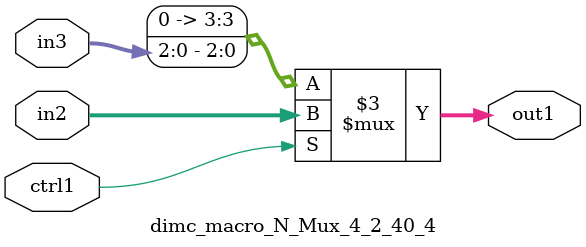
<source format=v>

`timescale 1ps / 1ps


module dimc_macro_N_Mux_4_2_40_4( in3, in2, ctrl1, out1 );

    input [2:0] in3;
    input [3:0] in2;
    input ctrl1;
    output [3:0] out1;
    reg [3:0] out1;

    
    // rtl_process:dimc_macro_N_Mux_4_2_40_4/dimc_macro_N_Mux_4_2_40_4_thread_1
    always @*
      begin : dimc_macro_N_Mux_4_2_40_4_thread_1
        case (ctrl1) 
          1'b1: 
            begin
              out1 = in2;
            end
          default: 
            begin
              out1 = {1'b0, in3};
            end
        endcase
      end

endmodule





</source>
